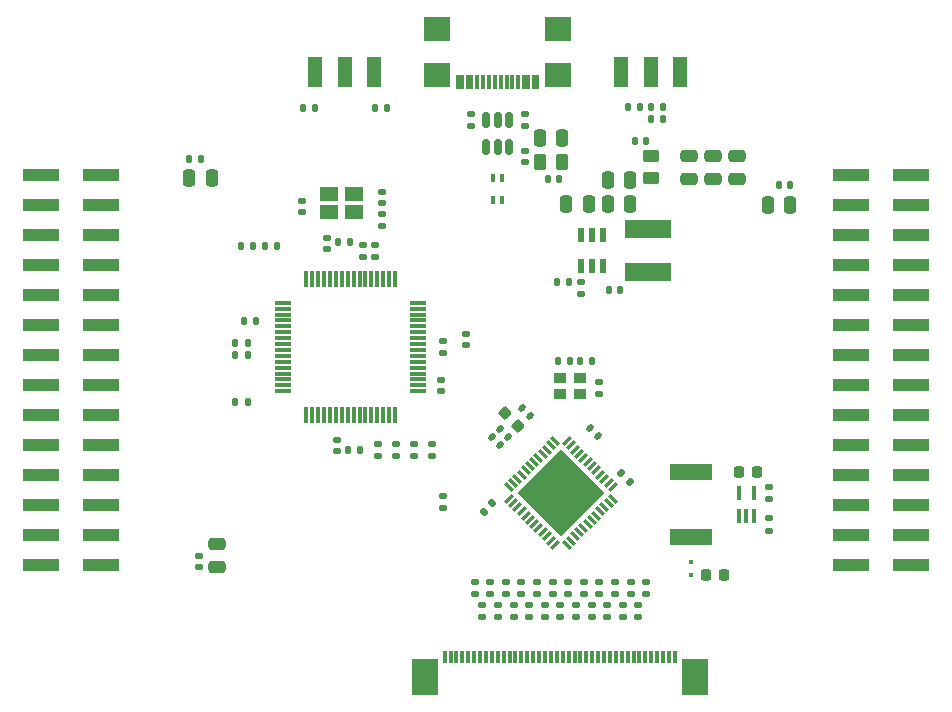
<source format=gtp>
G04 #@! TF.GenerationSoftware,KiCad,Pcbnew,(6.0.2)*
G04 #@! TF.CreationDate,2023-09-30T20:52:37-07:00*
G04 #@! TF.ProjectId,comscicalc_compute,636f6d73-6369-4636-916c-635f636f6d70,rev?*
G04 #@! TF.SameCoordinates,Original*
G04 #@! TF.FileFunction,Paste,Top*
G04 #@! TF.FilePolarity,Positive*
%FSLAX46Y46*%
G04 Gerber Fmt 4.6, Leading zero omitted, Abs format (unit mm)*
G04 Created by KiCad (PCBNEW (6.0.2)) date 2023-09-30 20:52:37*
%MOMM*%
%LPD*%
G01*
G04 APERTURE LIST*
G04 Aperture macros list*
%AMRoundRect*
0 Rectangle with rounded corners*
0 $1 Rounding radius*
0 $2 $3 $4 $5 $6 $7 $8 $9 X,Y pos of 4 corners*
0 Add a 4 corners polygon primitive as box body*
4,1,4,$2,$3,$4,$5,$6,$7,$8,$9,$2,$3,0*
0 Add four circle primitives for the rounded corners*
1,1,$1+$1,$2,$3*
1,1,$1+$1,$4,$5*
1,1,$1+$1,$6,$7*
1,1,$1+$1,$8,$9*
0 Add four rect primitives between the rounded corners*
20,1,$1+$1,$2,$3,$4,$5,0*
20,1,$1+$1,$4,$5,$6,$7,0*
20,1,$1+$1,$6,$7,$8,$9,0*
20,1,$1+$1,$8,$9,$2,$3,0*%
%AMRotRect*
0 Rectangle, with rotation*
0 The origin of the aperture is its center*
0 $1 length*
0 $2 width*
0 $3 Rotation angle, in degrees counterclockwise*
0 Add horizontal line*
21,1,$1,$2,0,0,$3*%
G04 Aperture macros list end*
%ADD10RoundRect,0.250000X0.475000X-0.250000X0.475000X0.250000X-0.475000X0.250000X-0.475000X-0.250000X0*%
%ADD11RoundRect,0.140000X0.170000X-0.140000X0.170000X0.140000X-0.170000X0.140000X-0.170000X-0.140000X0*%
%ADD12RoundRect,0.135000X-0.035355X0.226274X-0.226274X0.035355X0.035355X-0.226274X0.226274X-0.035355X0*%
%ADD13RoundRect,0.135000X0.135000X0.185000X-0.135000X0.185000X-0.135000X-0.185000X0.135000X-0.185000X0*%
%ADD14R,0.320000X0.430000*%
%ADD15RoundRect,0.140000X-0.140000X-0.170000X0.140000X-0.170000X0.140000X0.170000X-0.140000X0.170000X0*%
%ADD16RoundRect,0.135000X0.185000X-0.135000X0.185000X0.135000X-0.185000X0.135000X-0.185000X-0.135000X0*%
%ADD17R,0.300000X1.100000*%
%ADD18R,2.300000X3.100000*%
%ADD19RoundRect,0.140000X0.219203X0.021213X0.021213X0.219203X-0.219203X-0.021213X-0.021213X-0.219203X0*%
%ADD20RoundRect,0.140000X-0.170000X0.140000X-0.170000X-0.140000X0.170000X-0.140000X0.170000X0.140000X0*%
%ADD21RoundRect,0.135000X-0.185000X0.135000X-0.185000X-0.135000X0.185000X-0.135000X0.185000X0.135000X0*%
%ADD22RoundRect,0.225000X0.335876X0.017678X0.017678X0.335876X-0.335876X-0.017678X-0.017678X-0.335876X0*%
%ADD23RoundRect,0.150000X-0.150000X0.512500X-0.150000X-0.512500X0.150000X-0.512500X0.150000X0.512500X0*%
%ADD24RoundRect,0.135000X-0.135000X-0.185000X0.135000X-0.185000X0.135000X0.185000X-0.135000X0.185000X0*%
%ADD25RoundRect,0.135000X0.226274X0.035355X0.035355X0.226274X-0.226274X-0.035355X-0.035355X-0.226274X0*%
%ADD26R,0.400000X1.200000*%
%ADD27R,0.300000X1.475000*%
%ADD28R,1.475000X0.300000*%
%ADD29RotRect,0.300000X0.850000X315.000000*%
%ADD30RotRect,0.300000X0.850000X225.000000*%
%ADD31RotRect,5.250000X5.250000X225.000000*%
%ADD32RoundRect,0.140000X0.140000X0.170000X-0.140000X0.170000X-0.140000X-0.170000X0.140000X-0.170000X0*%
%ADD33R,0.400000X0.750000*%
%ADD34RoundRect,0.250000X-0.250000X-0.475000X0.250000X-0.475000X0.250000X0.475000X-0.250000X0.475000X0*%
%ADD35R,0.600000X1.150000*%
%ADD36RoundRect,0.250000X0.250000X0.475000X-0.250000X0.475000X-0.250000X-0.475000X0.250000X-0.475000X0*%
%ADD37RoundRect,0.225000X-0.225000X-0.250000X0.225000X-0.250000X0.225000X0.250000X-0.225000X0.250000X0*%
%ADD38R,3.150000X1.000000*%
%ADD39RoundRect,0.250000X-0.475000X0.250000X-0.475000X-0.250000X0.475000X-0.250000X0.475000X0.250000X0*%
%ADD40R,1.200000X2.500000*%
%ADD41R,1.000000X0.900000*%
%ADD42RoundRect,0.250000X-0.262500X-0.450000X0.262500X-0.450000X0.262500X0.450000X-0.262500X0.450000X0*%
%ADD43R,1.500000X1.200000*%
%ADD44R,0.300000X1.150000*%
%ADD45R,2.180000X2.000000*%
%ADD46RoundRect,0.250000X-0.450000X0.262500X-0.450000X-0.262500X0.450000X-0.262500X0.450000X0.262500X0*%
%ADD47R,4.000000X1.500000*%
%ADD48R,3.560000X1.400000*%
G04 APERTURE END LIST*
D10*
X129209800Y-79984600D03*
X129209800Y-78084600D03*
D11*
X138480800Y-53058000D03*
X138480800Y-52098000D03*
D12*
X152502626Y-74613941D03*
X151781378Y-75335189D03*
D13*
X134241000Y-52832000D03*
X133221000Y-52832000D03*
D14*
X169287002Y-80680765D03*
X169287002Y-79580765D03*
D11*
X148285200Y-61846400D03*
X148285200Y-60886400D03*
D15*
X126847600Y-45481200D03*
X127807600Y-45481200D03*
D16*
X163546602Y-84249565D03*
X163546602Y-83229565D03*
D11*
X143154400Y-49197200D03*
X143154400Y-48237200D03*
D17*
X148462602Y-87584365D03*
X148962602Y-87584365D03*
X149462602Y-87584365D03*
X149962602Y-87584365D03*
X150462602Y-87584365D03*
X150962602Y-87584365D03*
X151462602Y-87584365D03*
X151962602Y-87584365D03*
X152462602Y-87584365D03*
X152962602Y-87584365D03*
X153462602Y-87584365D03*
X153962602Y-87584365D03*
X154462602Y-87584365D03*
X154962602Y-87584365D03*
X155462602Y-87584365D03*
X155962602Y-87584365D03*
X156462602Y-87584365D03*
X156962602Y-87584365D03*
X157462602Y-87584365D03*
X157962602Y-87584365D03*
X158462602Y-87584365D03*
X158962602Y-87584365D03*
X159462602Y-87584365D03*
X159962602Y-87584365D03*
X160462602Y-87584365D03*
X160962602Y-87584365D03*
X161462602Y-87584365D03*
X161962602Y-87584365D03*
X162462602Y-87584365D03*
X162962602Y-87584365D03*
X163462602Y-87584365D03*
X163962602Y-87584365D03*
X164462602Y-87584365D03*
X164962602Y-87584365D03*
X165462602Y-87584365D03*
X165962602Y-87584365D03*
X166462602Y-87584365D03*
X166962602Y-87584365D03*
X167462602Y-87584365D03*
X167962602Y-87584365D03*
D18*
X146792602Y-89284365D03*
X169632602Y-89284365D03*
D19*
X161422213Y-68913176D03*
X160743391Y-68234354D03*
D16*
X154301002Y-84253565D03*
X154301002Y-83233565D03*
D20*
X139316400Y-69217600D03*
X139316400Y-70177600D03*
D21*
X150672800Y-41654000D03*
X150672800Y-42674000D03*
D19*
X153141813Y-69675176D03*
X152462991Y-68996354D03*
D22*
X154696610Y-68029573D03*
X153600594Y-66933557D03*
D16*
X150999002Y-82315165D03*
X150999002Y-81295165D03*
D23*
X153908800Y-42144100D03*
X152958800Y-42144100D03*
X152008800Y-42144100D03*
X152008800Y-44419100D03*
X152958800Y-44419100D03*
X153908800Y-44419100D03*
D16*
X147370800Y-70563200D03*
X147370800Y-69543200D03*
D24*
X157986000Y-55880000D03*
X159006000Y-55880000D03*
D16*
X148285200Y-74982800D03*
X148285200Y-73962800D03*
D19*
X155707213Y-67236776D03*
X155028391Y-66557954D03*
D25*
X164135826Y-72769789D03*
X163414578Y-72048541D03*
D21*
X175891002Y-73217965D03*
X175891002Y-74237965D03*
D26*
X173361402Y-75645165D03*
X174011402Y-75645165D03*
X174661402Y-75645165D03*
X174661402Y-73745165D03*
X173361402Y-73745165D03*
D24*
X158032802Y-62579365D03*
X159052802Y-62579365D03*
D27*
X144262800Y-55628400D03*
X143762800Y-55628400D03*
X143262800Y-55628400D03*
X142762800Y-55628400D03*
X142262800Y-55628400D03*
X141762800Y-55628400D03*
X141262800Y-55628400D03*
X140762800Y-55628400D03*
X140262800Y-55628400D03*
X139762800Y-55628400D03*
X139262800Y-55628400D03*
X138762800Y-55628400D03*
X138262800Y-55628400D03*
X137762800Y-55628400D03*
X137262800Y-55628400D03*
X136762800Y-55628400D03*
D28*
X134774800Y-57616400D03*
X134774800Y-58116400D03*
X134774800Y-58616400D03*
X134774800Y-59116400D03*
X134774800Y-59616400D03*
X134774800Y-60116400D03*
X134774800Y-60616400D03*
X134774800Y-61116400D03*
X134774800Y-61616400D03*
X134774800Y-62116400D03*
X134774800Y-62616400D03*
X134774800Y-63116400D03*
X134774800Y-63616400D03*
X134774800Y-64116400D03*
X134774800Y-64616400D03*
X134774800Y-65116400D03*
D27*
X136762800Y-67104400D03*
X137262800Y-67104400D03*
X137762800Y-67104400D03*
X138262800Y-67104400D03*
X138762800Y-67104400D03*
X139262800Y-67104400D03*
X139762800Y-67104400D03*
X140262800Y-67104400D03*
X140762800Y-67104400D03*
X141262800Y-67104400D03*
X141762800Y-67104400D03*
X142262800Y-67104400D03*
X142762800Y-67104400D03*
X143262800Y-67104400D03*
X143762800Y-67104400D03*
X144262800Y-67104400D03*
D28*
X146250800Y-65116400D03*
X146250800Y-64616400D03*
X146250800Y-64116400D03*
X146250800Y-63616400D03*
X146250800Y-63116400D03*
X146250800Y-62616400D03*
X146250800Y-62116400D03*
X146250800Y-61616400D03*
X146250800Y-61116400D03*
X146250800Y-60616400D03*
X146250800Y-60116400D03*
X146250800Y-59616400D03*
X146250800Y-59116400D03*
X146250800Y-58616400D03*
X146250800Y-58116400D03*
X146250800Y-57616400D03*
D29*
X162693502Y-73229510D03*
X162339949Y-72875957D03*
X161986395Y-72522403D03*
X161632842Y-72168850D03*
X161279288Y-71815297D03*
X160925735Y-71461743D03*
X160572182Y-71108190D03*
X160218628Y-70754637D03*
X159865075Y-70401083D03*
X159511522Y-70047530D03*
X159157968Y-69693976D03*
X158804415Y-69340423D03*
D30*
X157814465Y-69340423D03*
X157460912Y-69693976D03*
X157107358Y-70047530D03*
X156753805Y-70401083D03*
X156400252Y-70754637D03*
X156046698Y-71108190D03*
X155693145Y-71461743D03*
X155339592Y-71815297D03*
X154986038Y-72168850D03*
X154632485Y-72522403D03*
X154278931Y-72875957D03*
X153925378Y-73229510D03*
D29*
X153925378Y-74219460D03*
X154278931Y-74573013D03*
X154632485Y-74926567D03*
X154986038Y-75280120D03*
X155339592Y-75633673D03*
X155693145Y-75987227D03*
X156046698Y-76340780D03*
X156400252Y-76694333D03*
X156753805Y-77047887D03*
X157107358Y-77401440D03*
X157460912Y-77754994D03*
X157814465Y-78108547D03*
D30*
X158804415Y-78108547D03*
X159157968Y-77754994D03*
X159511522Y-77401440D03*
X159865075Y-77047887D03*
X160218628Y-76694333D03*
X160572182Y-76340780D03*
X160925735Y-75987227D03*
X161279288Y-75633673D03*
X161632842Y-75280120D03*
X161986395Y-74926567D03*
X162339949Y-74573013D03*
X162693502Y-74219460D03*
D31*
X158309440Y-73724485D03*
D32*
X141269600Y-70104000D03*
X140309600Y-70104000D03*
D13*
X131777200Y-65989200D03*
X130757200Y-65989200D03*
D33*
X153358800Y-47075000D03*
X152558800Y-47075000D03*
X152558800Y-48925000D03*
X153358800Y-48925000D03*
D32*
X164972400Y-41046400D03*
X164012400Y-41046400D03*
D34*
X126862800Y-47056000D03*
X128762800Y-47056000D03*
D35*
X161884400Y-51887600D03*
X160934400Y-51887600D03*
X159984400Y-51887600D03*
X159984400Y-54487600D03*
X160934400Y-54487600D03*
X161884400Y-54487600D03*
D32*
X165552000Y-43891200D03*
X164592000Y-43891200D03*
D36*
X164170400Y-49276000D03*
X162270400Y-49276000D03*
D16*
X151659402Y-84249565D03*
X151659402Y-83229565D03*
D37*
X170569402Y-80664165D03*
X172119402Y-80664165D03*
D16*
X175891002Y-76906965D03*
X175891002Y-75886965D03*
D38*
X119365000Y-79806800D03*
X114315000Y-79806800D03*
X119365000Y-77266800D03*
X114315000Y-77266800D03*
X119365000Y-74726800D03*
X114315000Y-74726800D03*
X119365000Y-72186800D03*
X114315000Y-72186800D03*
X119365000Y-69646800D03*
X114315000Y-69646800D03*
X119365000Y-67106800D03*
X114315000Y-67106800D03*
X119365000Y-64566800D03*
X114315000Y-64566800D03*
X119365000Y-62026800D03*
X114315000Y-62026800D03*
X119365000Y-59486800D03*
X114315000Y-59486800D03*
X119365000Y-56946800D03*
X114315000Y-56946800D03*
X119365000Y-54406800D03*
X114315000Y-54406800D03*
X119365000Y-51866800D03*
X114315000Y-51866800D03*
X119365000Y-49326800D03*
X114315000Y-49326800D03*
X119365000Y-46786800D03*
X114315000Y-46786800D03*
D11*
X136357800Y-49923800D03*
X136357800Y-48963800D03*
D24*
X131189000Y-52832000D03*
X132209000Y-52832000D03*
D13*
X137519600Y-41097200D03*
X136499600Y-41097200D03*
D16*
X161565402Y-82313165D03*
X161565402Y-81293165D03*
D32*
X158163200Y-47142400D03*
X157203200Y-47142400D03*
D16*
X160244602Y-82313165D03*
X160244602Y-81293165D03*
D39*
X173177200Y-45227200D03*
X173177200Y-47127200D03*
D37*
X173363402Y-71951965D03*
X174913402Y-71951965D03*
D16*
X159584202Y-84251565D03*
X159584202Y-83231565D03*
D11*
X127635000Y-79984600D03*
X127635000Y-79024600D03*
D16*
X164207002Y-82315165D03*
X164207002Y-81295165D03*
X144322800Y-70565200D03*
X144322800Y-69545200D03*
X143154400Y-51157600D03*
X143154400Y-50137600D03*
D21*
X141579600Y-52728400D03*
X141579600Y-53748400D03*
D36*
X164170400Y-47244000D03*
X162270400Y-47244000D03*
D40*
X163412800Y-38083400D03*
X165912800Y-38083400D03*
X168412800Y-38083400D03*
D36*
X158430000Y-43637200D03*
X156530000Y-43637200D03*
D16*
X162225802Y-84251565D03*
X162225802Y-83231565D03*
D13*
X143562800Y-41097200D03*
X142542800Y-41097200D03*
D36*
X177734000Y-49326800D03*
X175834000Y-49326800D03*
D34*
X158765200Y-49276000D03*
X160665200Y-49276000D03*
D41*
X159958802Y-64012165D03*
X158258802Y-64012165D03*
X158258802Y-65312165D03*
X159958802Y-65312165D03*
D16*
X155621802Y-84249565D03*
X155621802Y-83229565D03*
X158263402Y-84251565D03*
X158263402Y-83231565D03*
X162886202Y-82315165D03*
X162886202Y-81295165D03*
X156282202Y-82315165D03*
X156282202Y-81295165D03*
X158923802Y-82315165D03*
X158923802Y-81295165D03*
D24*
X139444000Y-52476400D03*
X140464000Y-52476400D03*
D21*
X155244800Y-41654000D03*
X155244800Y-42674000D03*
D42*
X156567500Y-45669200D03*
X158392500Y-45669200D03*
D16*
X156942602Y-84247565D03*
X156942602Y-83227565D03*
D24*
X130757200Y-62077600D03*
X131777200Y-62077600D03*
X165910800Y-42062400D03*
X166930800Y-42062400D03*
D43*
X138650000Y-49974400D03*
X140750000Y-49974400D03*
X140750000Y-48374400D03*
X138650000Y-48374400D03*
D38*
X182895000Y-46786800D03*
X187945000Y-46786800D03*
X182895000Y-49326800D03*
X187945000Y-49326800D03*
X182895000Y-51866800D03*
X187945000Y-51866800D03*
X182895000Y-54406800D03*
X187945000Y-54406800D03*
X182895000Y-56946800D03*
X187945000Y-56946800D03*
X182895000Y-59486800D03*
X187945000Y-59486800D03*
X182895000Y-62026800D03*
X187945000Y-62026800D03*
X182895000Y-64566800D03*
X187945000Y-64566800D03*
X182895000Y-67106800D03*
X187945000Y-67106800D03*
X182895000Y-69646800D03*
X187945000Y-69646800D03*
X182895000Y-72186800D03*
X187945000Y-72186800D03*
X182895000Y-74726800D03*
X187945000Y-74726800D03*
X182895000Y-77266800D03*
X187945000Y-77266800D03*
X182895000Y-79806800D03*
X187945000Y-79806800D03*
D24*
X130757200Y-61061600D03*
X131777200Y-61061600D03*
X159963202Y-62579365D03*
X160983202Y-62579365D03*
D32*
X163344800Y-56540400D03*
X162384800Y-56540400D03*
D11*
X142544800Y-53718400D03*
X142544800Y-52758400D03*
D16*
X154961402Y-82313165D03*
X154961402Y-81293165D03*
D32*
X132458400Y-59131200D03*
X131498400Y-59131200D03*
D16*
X142798800Y-70565200D03*
X142798800Y-69545200D03*
X153640602Y-82315165D03*
X153640602Y-81295165D03*
X145846800Y-70563200D03*
X145846800Y-69543200D03*
D11*
X148183600Y-65097600D03*
X148183600Y-64137600D03*
D39*
X171145200Y-45227200D03*
X171145200Y-47127200D03*
X169113200Y-45227200D03*
X169113200Y-47127200D03*
D16*
X160905002Y-84245565D03*
X160905002Y-83225565D03*
D13*
X166932800Y-41046400D03*
X165912800Y-41046400D03*
D21*
X159969200Y-55878000D03*
X159969200Y-56898000D03*
D32*
X177706000Y-47650400D03*
X176746000Y-47650400D03*
D16*
X165527802Y-82315165D03*
X165527802Y-81295165D03*
X152319802Y-82315165D03*
X152319802Y-81295165D03*
D44*
X156308800Y-38938400D03*
X155508800Y-38938400D03*
X154208800Y-38938400D03*
X153208800Y-38938400D03*
X152708800Y-38938400D03*
X151708800Y-38938400D03*
X150408800Y-38938400D03*
X149608800Y-38938400D03*
X149908800Y-38938400D03*
X150708800Y-38938400D03*
X151208800Y-38938400D03*
X152208800Y-38938400D03*
X153708800Y-38938400D03*
X154708800Y-38938400D03*
X155208800Y-38938400D03*
X156008800Y-38938400D03*
D45*
X158068800Y-34433400D03*
X147848800Y-34433400D03*
X158068800Y-38363400D03*
X147848800Y-38363400D03*
D11*
X155244800Y-45692000D03*
X155244800Y-44732000D03*
D16*
X152980202Y-84249565D03*
X152980202Y-83229565D03*
D46*
X165963600Y-45213900D03*
X165963600Y-47038900D03*
D40*
X137504800Y-38083400D03*
X140004800Y-38083400D03*
X142504800Y-38083400D03*
D47*
X165709600Y-51387600D03*
X165709600Y-54987600D03*
D48*
X169287002Y-77425165D03*
X169287002Y-71965165D03*
D16*
X157603002Y-82315165D03*
X157603002Y-81295165D03*
X164867402Y-84249565D03*
X164867402Y-83229565D03*
D20*
X150266400Y-60276800D03*
X150266400Y-61236800D03*
D11*
X161514602Y-65319965D03*
X161514602Y-64359965D03*
D19*
X153853013Y-68963976D03*
X153174191Y-68285154D03*
M02*

</source>
